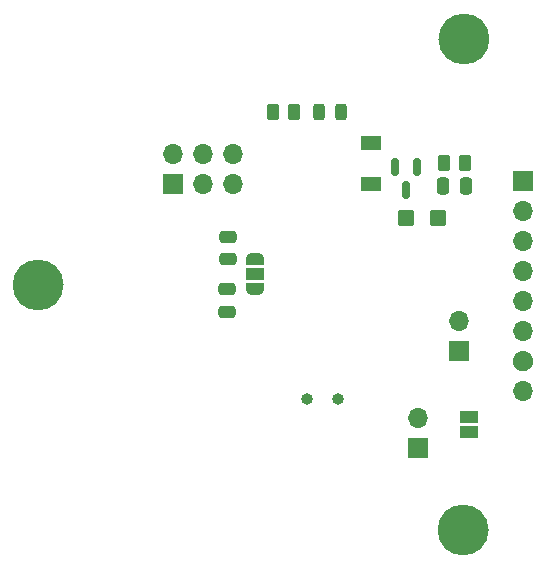
<source format=gbr>
%TF.GenerationSoftware,KiCad,Pcbnew,(6.0.7-1)-1*%
%TF.CreationDate,2023-01-22T12:43:28-05:00*%
%TF.ProjectId,atmega328,61746d65-6761-4333-9238-2e6b69636164,rev?*%
%TF.SameCoordinates,Original*%
%TF.FileFunction,Soldermask,Top*%
%TF.FilePolarity,Negative*%
%FSLAX46Y46*%
G04 Gerber Fmt 4.6, Leading zero omitted, Abs format (unit mm)*
G04 Created by KiCad (PCBNEW (6.0.7-1)-1) date 2023-01-22 12:43:28*
%MOMM*%
%LPD*%
G01*
G04 APERTURE LIST*
G04 Aperture macros list*
%AMRoundRect*
0 Rectangle with rounded corners*
0 $1 Rounding radius*
0 $2 $3 $4 $5 $6 $7 $8 $9 X,Y pos of 4 corners*
0 Add a 4 corners polygon primitive as box body*
4,1,4,$2,$3,$4,$5,$6,$7,$8,$9,$2,$3,0*
0 Add four circle primitives for the rounded corners*
1,1,$1+$1,$2,$3*
1,1,$1+$1,$4,$5*
1,1,$1+$1,$6,$7*
1,1,$1+$1,$8,$9*
0 Add four rect primitives between the rounded corners*
20,1,$1+$1,$2,$3,$4,$5,0*
20,1,$1+$1,$4,$5,$6,$7,0*
20,1,$1+$1,$6,$7,$8,$9,0*
20,1,$1+$1,$8,$9,$2,$3,0*%
%AMFreePoly0*
4,1,22,0.550000,-0.750000,0.000000,-0.750000,0.000000,-0.745033,-0.079941,-0.743568,-0.215256,-0.701293,-0.333266,-0.622738,-0.424486,-0.514219,-0.481581,-0.384460,-0.499164,-0.250000,-0.500000,-0.250000,-0.500000,0.250000,-0.499164,0.250000,-0.499963,0.256109,-0.478152,0.396186,-0.417904,0.524511,-0.324060,0.630769,-0.204165,0.706417,-0.067858,0.745374,0.000000,0.744959,0.000000,0.750000,
0.550000,0.750000,0.550000,-0.750000,0.550000,-0.750000,$1*%
%AMFreePoly1*
4,1,20,0.000000,0.744959,0.073905,0.744508,0.209726,0.703889,0.328688,0.626782,0.421226,0.519385,0.479903,0.390333,0.500000,0.250000,0.500000,-0.250000,0.499851,-0.262216,0.476331,-0.402017,0.414519,-0.529596,0.319384,-0.634700,0.198574,-0.708877,0.061801,-0.746166,0.000000,-0.745033,0.000000,-0.750000,-0.550000,-0.750000,-0.550000,0.750000,0.000000,0.750000,0.000000,0.744959,
0.000000,0.744959,$1*%
G04 Aperture macros list end*
%ADD10C,2.150000*%
%ADD11C,0.000000*%
%ADD12R,1.700000X1.700000*%
%ADD13O,1.700000X1.700000*%
%ADD14RoundRect,0.250000X-0.250000X-0.475000X0.250000X-0.475000X0.250000X0.475000X-0.250000X0.475000X0*%
%ADD15R,1.500000X1.000000*%
%ADD16O,1.000000X1.000000*%
%ADD17RoundRect,0.250000X0.475000X-0.250000X0.475000X0.250000X-0.475000X0.250000X-0.475000X-0.250000X0*%
%ADD18C,4.300000*%
%ADD19RoundRect,0.243750X-0.243750X-0.456250X0.243750X-0.456250X0.243750X0.456250X-0.243750X0.456250X0*%
%ADD20RoundRect,0.250000X-0.262500X-0.450000X0.262500X-0.450000X0.262500X0.450000X-0.262500X0.450000X0*%
%ADD21FreePoly0,270.000000*%
%ADD22FreePoly1,270.000000*%
%ADD23RoundRect,0.250000X-0.450000X-0.425000X0.450000X-0.425000X0.450000X0.425000X-0.450000X0.425000X0*%
%ADD24RoundRect,0.150000X-0.150000X0.587500X-0.150000X-0.587500X0.150000X-0.587500X0.150000X0.587500X0*%
%ADD25R,1.700000X1.300000*%
%ADD26RoundRect,0.250000X-0.475000X0.250000X-0.475000X-0.250000X0.475000X-0.250000X0.475000X0.250000X0*%
G04 APERTURE END LIST*
D10*
X157915000Y-125320000D02*
G75*
G03*
X157915000Y-125320000I-1075000J0D01*
G01*
X121925000Y-104560000D02*
G75*
G03*
X121925000Y-104560000I-1075000J0D01*
G01*
X157925000Y-83750000D02*
G75*
G03*
X157925000Y-83750000I-1075000J0D01*
G01*
D11*
G36*
X162722860Y-96613570D02*
G01*
X161022860Y-96613570D01*
X161022860Y-94913570D01*
X162722860Y-94913570D01*
X162722860Y-96613570D01*
G37*
G36*
X161956170Y-110157660D02*
G01*
X162038690Y-110169900D01*
X162119600Y-110190170D01*
X162198140Y-110218270D01*
X162273550Y-110253940D01*
X162345090Y-110296820D01*
X162412090Y-110346510D01*
X162473900Y-110402530D01*
X162529920Y-110464340D01*
X162579610Y-110531340D01*
X162622490Y-110602880D01*
X162658160Y-110678290D01*
X162686260Y-110756830D01*
X162706530Y-110837740D01*
X162718770Y-110920260D01*
X162722860Y-111003570D01*
X162718770Y-111086880D01*
X162706530Y-111169400D01*
X162686260Y-111250310D01*
X162658160Y-111328850D01*
X162622490Y-111404260D01*
X162579610Y-111475800D01*
X162529920Y-111542800D01*
X162473900Y-111604610D01*
X162412090Y-111660630D01*
X162345090Y-111710320D01*
X162273550Y-111753200D01*
X162198140Y-111788870D01*
X162119600Y-111816970D01*
X162038690Y-111837240D01*
X161956170Y-111849480D01*
X161872860Y-111853570D01*
X161789550Y-111849480D01*
X161707030Y-111837240D01*
X161626120Y-111816970D01*
X161547580Y-111788870D01*
X161472170Y-111753200D01*
X161400630Y-111710320D01*
X161333630Y-111660630D01*
X161271820Y-111604610D01*
X161215800Y-111542800D01*
X161166110Y-111475800D01*
X161123230Y-111404260D01*
X161087560Y-111328850D01*
X161059460Y-111250310D01*
X161039190Y-111169400D01*
X161026950Y-111086880D01*
X161022860Y-111003570D01*
X161026950Y-110920260D01*
X161039190Y-110837740D01*
X161059460Y-110756830D01*
X161087560Y-110678290D01*
X161123230Y-110602880D01*
X161166110Y-110531340D01*
X161215800Y-110464340D01*
X161271820Y-110402530D01*
X161333630Y-110346510D01*
X161400630Y-110296820D01*
X161472170Y-110253940D01*
X161547580Y-110218270D01*
X161626120Y-110190170D01*
X161707030Y-110169900D01*
X161789550Y-110157660D01*
X161872860Y-110153570D01*
X161956170Y-110157660D01*
G37*
D12*
%TO.C,J3*%
X153000000Y-118350000D03*
D13*
X153000000Y-115810000D03*
%TD*%
D14*
%TO.C,C1*%
X155125200Y-96165600D03*
X157025200Y-96165600D03*
%TD*%
D15*
%TO.C,JP2*%
X157300000Y-117050000D03*
X157300000Y-115750000D03*
%TD*%
D12*
%TO.C,J1*%
X156500000Y-110125000D03*
D13*
X156500000Y-107585000D03*
%TD*%
D16*
%TO.C,REF\u002A\u002A*%
X146225000Y-114225000D03*
%TD*%
D12*
%TO.C,J5*%
X161867860Y-95778570D03*
D13*
X161867860Y-98318570D03*
X161867860Y-100858570D03*
X161867860Y-103398570D03*
X161867860Y-105938570D03*
X161867860Y-108478570D03*
X161867860Y-111018570D03*
X161867860Y-113558570D03*
%TD*%
D17*
%TO.C,C3*%
X136900000Y-102400000D03*
X136900000Y-100500000D03*
%TD*%
D18*
%TO.C,REF\u002A\u002A*%
X156840000Y-125275000D03*
%TD*%
%TO.C,REF\u002A\u002A*%
X156850000Y-83750000D03*
%TD*%
D19*
%TO.C,D2*%
X144575000Y-89900000D03*
X146450000Y-89900000D03*
%TD*%
D18*
%TO.C,REF\u002A\u002A*%
X120850000Y-104560000D03*
%TD*%
D20*
%TO.C,R1*%
X155162700Y-94215600D03*
X156987700Y-94215600D03*
%TD*%
D16*
%TO.C,REF\u002A\u002A*%
X143625000Y-114225000D03*
%TD*%
D21*
%TO.C,JP1*%
X139200000Y-102350000D03*
D15*
X139200000Y-103650000D03*
D22*
X139200000Y-104950000D03*
%TD*%
D12*
%TO.C,PRG1*%
X132260000Y-96050000D03*
D13*
X132260000Y-93510000D03*
X134800000Y-96050000D03*
X134800000Y-93510000D03*
X137340000Y-96050000D03*
X137340000Y-93510000D03*
%TD*%
D23*
%TO.C,C2*%
X152000000Y-98865000D03*
X154700000Y-98865000D03*
%TD*%
D20*
%TO.C,R3*%
X140700000Y-89900000D03*
X142525000Y-89900000D03*
%TD*%
D24*
%TO.C,Q1*%
X152900000Y-94612500D03*
X151000000Y-94612500D03*
X151950000Y-96487500D03*
%TD*%
D25*
%TO.C,D1*%
X149025200Y-96015600D03*
X149025200Y-92515600D03*
%TD*%
D26*
%TO.C,C4*%
X136850000Y-104950000D03*
X136850000Y-106850000D03*
%TD*%
M02*

</source>
